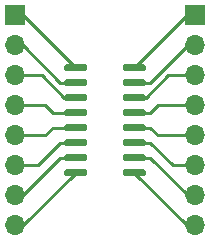
<source format=gbr>
%TF.GenerationSoftware,KiCad,Pcbnew,(5.1.9)-1*%
%TF.CreationDate,2021-09-21T23:47:53-04:00*%
%TF.ProjectId,SOIC-16_3.9mm Adapter,534f4943-2d31-4365-9f33-2e396d6d2041,rev?*%
%TF.SameCoordinates,Original*%
%TF.FileFunction,Copper,L1,Top*%
%TF.FilePolarity,Positive*%
%FSLAX46Y46*%
G04 Gerber Fmt 4.6, Leading zero omitted, Abs format (unit mm)*
G04 Created by KiCad (PCBNEW (5.1.9)-1) date 2021-09-21 23:47:53*
%MOMM*%
%LPD*%
G01*
G04 APERTURE LIST*
%TA.AperFunction,ComponentPad*%
%ADD10O,1.700000X1.700000*%
%TD*%
%TA.AperFunction,ComponentPad*%
%ADD11R,1.700000X1.700000*%
%TD*%
%TA.AperFunction,Conductor*%
%ADD12C,0.250000*%
%TD*%
G04 APERTURE END LIST*
%TO.P,U1,16*%
%TO.N,Net-(J2-Pad1)*%
%TA.AperFunction,SMDPad,CuDef*%
G36*
G01*
X136120000Y-65555000D02*
X136120000Y-65255000D01*
G75*
G02*
X136270000Y-65105000I150000J0D01*
G01*
X137920000Y-65105000D01*
G75*
G02*
X138070000Y-65255000I0J-150000D01*
G01*
X138070000Y-65555000D01*
G75*
G02*
X137920000Y-65705000I-150000J0D01*
G01*
X136270000Y-65705000D01*
G75*
G02*
X136120000Y-65555000I0J150000D01*
G01*
G37*
%TD.AperFunction*%
%TO.P,U1,15*%
%TO.N,Net-(J2-Pad2)*%
%TA.AperFunction,SMDPad,CuDef*%
G36*
G01*
X136120000Y-66825000D02*
X136120000Y-66525000D01*
G75*
G02*
X136270000Y-66375000I150000J0D01*
G01*
X137920000Y-66375000D01*
G75*
G02*
X138070000Y-66525000I0J-150000D01*
G01*
X138070000Y-66825000D01*
G75*
G02*
X137920000Y-66975000I-150000J0D01*
G01*
X136270000Y-66975000D01*
G75*
G02*
X136120000Y-66825000I0J150000D01*
G01*
G37*
%TD.AperFunction*%
%TO.P,U1,14*%
%TO.N,Net-(J2-Pad3)*%
%TA.AperFunction,SMDPad,CuDef*%
G36*
G01*
X136120000Y-68095000D02*
X136120000Y-67795000D01*
G75*
G02*
X136270000Y-67645000I150000J0D01*
G01*
X137920000Y-67645000D01*
G75*
G02*
X138070000Y-67795000I0J-150000D01*
G01*
X138070000Y-68095000D01*
G75*
G02*
X137920000Y-68245000I-150000J0D01*
G01*
X136270000Y-68245000D01*
G75*
G02*
X136120000Y-68095000I0J150000D01*
G01*
G37*
%TD.AperFunction*%
%TO.P,U1,13*%
%TO.N,Net-(J2-Pad4)*%
%TA.AperFunction,SMDPad,CuDef*%
G36*
G01*
X136120000Y-69365000D02*
X136120000Y-69065000D01*
G75*
G02*
X136270000Y-68915000I150000J0D01*
G01*
X137920000Y-68915000D01*
G75*
G02*
X138070000Y-69065000I0J-150000D01*
G01*
X138070000Y-69365000D01*
G75*
G02*
X137920000Y-69515000I-150000J0D01*
G01*
X136270000Y-69515000D01*
G75*
G02*
X136120000Y-69365000I0J150000D01*
G01*
G37*
%TD.AperFunction*%
%TO.P,U1,12*%
%TO.N,Net-(J2-Pad5)*%
%TA.AperFunction,SMDPad,CuDef*%
G36*
G01*
X136120000Y-70635000D02*
X136120000Y-70335000D01*
G75*
G02*
X136270000Y-70185000I150000J0D01*
G01*
X137920000Y-70185000D01*
G75*
G02*
X138070000Y-70335000I0J-150000D01*
G01*
X138070000Y-70635000D01*
G75*
G02*
X137920000Y-70785000I-150000J0D01*
G01*
X136270000Y-70785000D01*
G75*
G02*
X136120000Y-70635000I0J150000D01*
G01*
G37*
%TD.AperFunction*%
%TO.P,U1,11*%
%TO.N,Net-(J2-Pad6)*%
%TA.AperFunction,SMDPad,CuDef*%
G36*
G01*
X136120000Y-71905000D02*
X136120000Y-71605000D01*
G75*
G02*
X136270000Y-71455000I150000J0D01*
G01*
X137920000Y-71455000D01*
G75*
G02*
X138070000Y-71605000I0J-150000D01*
G01*
X138070000Y-71905000D01*
G75*
G02*
X137920000Y-72055000I-150000J0D01*
G01*
X136270000Y-72055000D01*
G75*
G02*
X136120000Y-71905000I0J150000D01*
G01*
G37*
%TD.AperFunction*%
%TO.P,U1,10*%
%TO.N,Net-(J2-Pad7)*%
%TA.AperFunction,SMDPad,CuDef*%
G36*
G01*
X136120000Y-73175000D02*
X136120000Y-72875000D01*
G75*
G02*
X136270000Y-72725000I150000J0D01*
G01*
X137920000Y-72725000D01*
G75*
G02*
X138070000Y-72875000I0J-150000D01*
G01*
X138070000Y-73175000D01*
G75*
G02*
X137920000Y-73325000I-150000J0D01*
G01*
X136270000Y-73325000D01*
G75*
G02*
X136120000Y-73175000I0J150000D01*
G01*
G37*
%TD.AperFunction*%
%TO.P,U1,9*%
%TO.N,Net-(J2-Pad8)*%
%TA.AperFunction,SMDPad,CuDef*%
G36*
G01*
X136120000Y-74445000D02*
X136120000Y-74145000D01*
G75*
G02*
X136270000Y-73995000I150000J0D01*
G01*
X137920000Y-73995000D01*
G75*
G02*
X138070000Y-74145000I0J-150000D01*
G01*
X138070000Y-74445000D01*
G75*
G02*
X137920000Y-74595000I-150000J0D01*
G01*
X136270000Y-74595000D01*
G75*
G02*
X136120000Y-74445000I0J150000D01*
G01*
G37*
%TD.AperFunction*%
%TO.P,U1,8*%
%TO.N,Net-(J1-Pad8)*%
%TA.AperFunction,SMDPad,CuDef*%
G36*
G01*
X131170000Y-74445000D02*
X131170000Y-74145000D01*
G75*
G02*
X131320000Y-73995000I150000J0D01*
G01*
X132970000Y-73995000D01*
G75*
G02*
X133120000Y-74145000I0J-150000D01*
G01*
X133120000Y-74445000D01*
G75*
G02*
X132970000Y-74595000I-150000J0D01*
G01*
X131320000Y-74595000D01*
G75*
G02*
X131170000Y-74445000I0J150000D01*
G01*
G37*
%TD.AperFunction*%
%TO.P,U1,7*%
%TO.N,Net-(J1-Pad7)*%
%TA.AperFunction,SMDPad,CuDef*%
G36*
G01*
X131170000Y-73175000D02*
X131170000Y-72875000D01*
G75*
G02*
X131320000Y-72725000I150000J0D01*
G01*
X132970000Y-72725000D01*
G75*
G02*
X133120000Y-72875000I0J-150000D01*
G01*
X133120000Y-73175000D01*
G75*
G02*
X132970000Y-73325000I-150000J0D01*
G01*
X131320000Y-73325000D01*
G75*
G02*
X131170000Y-73175000I0J150000D01*
G01*
G37*
%TD.AperFunction*%
%TO.P,U1,6*%
%TO.N,Net-(J1-Pad6)*%
%TA.AperFunction,SMDPad,CuDef*%
G36*
G01*
X131170000Y-71905000D02*
X131170000Y-71605000D01*
G75*
G02*
X131320000Y-71455000I150000J0D01*
G01*
X132970000Y-71455000D01*
G75*
G02*
X133120000Y-71605000I0J-150000D01*
G01*
X133120000Y-71905000D01*
G75*
G02*
X132970000Y-72055000I-150000J0D01*
G01*
X131320000Y-72055000D01*
G75*
G02*
X131170000Y-71905000I0J150000D01*
G01*
G37*
%TD.AperFunction*%
%TO.P,U1,5*%
%TO.N,Net-(J1-Pad5)*%
%TA.AperFunction,SMDPad,CuDef*%
G36*
G01*
X131170000Y-70635000D02*
X131170000Y-70335000D01*
G75*
G02*
X131320000Y-70185000I150000J0D01*
G01*
X132970000Y-70185000D01*
G75*
G02*
X133120000Y-70335000I0J-150000D01*
G01*
X133120000Y-70635000D01*
G75*
G02*
X132970000Y-70785000I-150000J0D01*
G01*
X131320000Y-70785000D01*
G75*
G02*
X131170000Y-70635000I0J150000D01*
G01*
G37*
%TD.AperFunction*%
%TO.P,U1,4*%
%TO.N,Net-(J1-Pad4)*%
%TA.AperFunction,SMDPad,CuDef*%
G36*
G01*
X131170000Y-69365000D02*
X131170000Y-69065000D01*
G75*
G02*
X131320000Y-68915000I150000J0D01*
G01*
X132970000Y-68915000D01*
G75*
G02*
X133120000Y-69065000I0J-150000D01*
G01*
X133120000Y-69365000D01*
G75*
G02*
X132970000Y-69515000I-150000J0D01*
G01*
X131320000Y-69515000D01*
G75*
G02*
X131170000Y-69365000I0J150000D01*
G01*
G37*
%TD.AperFunction*%
%TO.P,U1,3*%
%TO.N,Net-(J1-Pad3)*%
%TA.AperFunction,SMDPad,CuDef*%
G36*
G01*
X131170000Y-68095000D02*
X131170000Y-67795000D01*
G75*
G02*
X131320000Y-67645000I150000J0D01*
G01*
X132970000Y-67645000D01*
G75*
G02*
X133120000Y-67795000I0J-150000D01*
G01*
X133120000Y-68095000D01*
G75*
G02*
X132970000Y-68245000I-150000J0D01*
G01*
X131320000Y-68245000D01*
G75*
G02*
X131170000Y-68095000I0J150000D01*
G01*
G37*
%TD.AperFunction*%
%TO.P,U1,2*%
%TO.N,Net-(J1-Pad2)*%
%TA.AperFunction,SMDPad,CuDef*%
G36*
G01*
X131170000Y-66825000D02*
X131170000Y-66525000D01*
G75*
G02*
X131320000Y-66375000I150000J0D01*
G01*
X132970000Y-66375000D01*
G75*
G02*
X133120000Y-66525000I0J-150000D01*
G01*
X133120000Y-66825000D01*
G75*
G02*
X132970000Y-66975000I-150000J0D01*
G01*
X131320000Y-66975000D01*
G75*
G02*
X131170000Y-66825000I0J150000D01*
G01*
G37*
%TD.AperFunction*%
%TO.P,U1,1*%
%TO.N,Net-(J1-Pad1)*%
%TA.AperFunction,SMDPad,CuDef*%
G36*
G01*
X131170000Y-65555000D02*
X131170000Y-65255000D01*
G75*
G02*
X131320000Y-65105000I150000J0D01*
G01*
X132970000Y-65105000D01*
G75*
G02*
X133120000Y-65255000I0J-150000D01*
G01*
X133120000Y-65555000D01*
G75*
G02*
X132970000Y-65705000I-150000J0D01*
G01*
X131320000Y-65705000D01*
G75*
G02*
X131170000Y-65555000I0J150000D01*
G01*
G37*
%TD.AperFunction*%
%TD*%
D10*
%TO.P,J2,8*%
%TO.N,Net-(J2-Pad8)*%
X142240000Y-78740000D03*
%TO.P,J2,7*%
%TO.N,Net-(J2-Pad7)*%
X142240000Y-76200000D03*
%TO.P,J2,6*%
%TO.N,Net-(J2-Pad6)*%
X142240000Y-73660000D03*
%TO.P,J2,5*%
%TO.N,Net-(J2-Pad5)*%
X142240000Y-71120000D03*
%TO.P,J2,4*%
%TO.N,Net-(J2-Pad4)*%
X142240000Y-68580000D03*
%TO.P,J2,3*%
%TO.N,Net-(J2-Pad3)*%
X142240000Y-66040000D03*
%TO.P,J2,2*%
%TO.N,Net-(J2-Pad2)*%
X142240000Y-63500000D03*
D11*
%TO.P,J2,1*%
%TO.N,Net-(J2-Pad1)*%
X142240000Y-60960000D03*
%TD*%
D10*
%TO.P,J1,8*%
%TO.N,Net-(J1-Pad8)*%
X127000000Y-78740000D03*
%TO.P,J1,7*%
%TO.N,Net-(J1-Pad7)*%
X127000000Y-76200000D03*
%TO.P,J1,6*%
%TO.N,Net-(J1-Pad6)*%
X127000000Y-73660000D03*
%TO.P,J1,5*%
%TO.N,Net-(J1-Pad5)*%
X127000000Y-71120000D03*
%TO.P,J1,4*%
%TO.N,Net-(J1-Pad4)*%
X127000000Y-68580000D03*
%TO.P,J1,3*%
%TO.N,Net-(J1-Pad3)*%
X127000000Y-66040000D03*
%TO.P,J1,2*%
%TO.N,Net-(J1-Pad2)*%
X127000000Y-63500000D03*
D11*
%TO.P,J1,1*%
%TO.N,Net-(J1-Pad1)*%
X127000000Y-60960000D03*
%TD*%
D12*
%TO.N,Net-(J1-Pad8)*%
X132145000Y-74295000D02*
X127700000Y-78740000D01*
X127700000Y-78740000D02*
X127000000Y-78740000D01*
%TO.N,Net-(J1-Pad7)*%
X132145000Y-73025000D02*
X131170000Y-73025000D01*
X131170000Y-73025000D02*
X130810000Y-73025000D01*
X130810000Y-73025000D02*
X127635000Y-76200000D01*
X127635000Y-76200000D02*
X127000000Y-76200000D01*
%TO.N,Net-(J1-Pad6)*%
X132145000Y-71755000D02*
X130810000Y-71755000D01*
X130810000Y-71755000D02*
X128905000Y-73660000D01*
X128905000Y-73660000D02*
X127000000Y-73660000D01*
%TO.N,Net-(J1-Pad5)*%
X132145000Y-70485000D02*
X130175000Y-70485000D01*
X130175000Y-70485000D02*
X129540000Y-71120000D01*
X129540000Y-71120000D02*
X127000000Y-71120000D01*
%TO.N,Net-(J1-Pad4)*%
X132145000Y-69215000D02*
X130175000Y-69215000D01*
X130175000Y-69215000D02*
X129540000Y-68580000D01*
X129540000Y-68580000D02*
X127000000Y-68580000D01*
%TO.N,Net-(J1-Pad3)*%
X131170000Y-67945000D02*
X129265000Y-66040000D01*
X132145000Y-67945000D02*
X131170000Y-67945000D01*
X129265000Y-66040000D02*
X127000000Y-66040000D01*
%TO.N,Net-(J1-Pad2)*%
X132145000Y-66675000D02*
X130810000Y-66675000D01*
X130810000Y-66675000D02*
X127635000Y-63500000D01*
X127635000Y-63500000D02*
X127000000Y-63500000D01*
%TO.N,Net-(J1-Pad1)*%
X132145000Y-65405000D02*
X127700000Y-60960000D01*
X127700000Y-60960000D02*
X127000000Y-60960000D01*
%TO.N,Net-(J2-Pad8)*%
X137095000Y-74295000D02*
X141540000Y-78740000D01*
X141540000Y-78740000D02*
X142240000Y-78740000D01*
%TO.N,Net-(J2-Pad7)*%
X137095000Y-73025000D02*
X138430000Y-73025000D01*
X138430000Y-73025000D02*
X141605000Y-76200000D01*
X141605000Y-76200000D02*
X142240000Y-76200000D01*
%TO.N,Net-(J2-Pad6)*%
X137095000Y-71755000D02*
X138430000Y-71755000D01*
X138430000Y-71755000D02*
X140335000Y-73660000D01*
X140335000Y-73660000D02*
X142240000Y-73660000D01*
%TO.N,Net-(J2-Pad5)*%
X137095000Y-70485000D02*
X138430000Y-70485000D01*
X138430000Y-70485000D02*
X139065000Y-71120000D01*
X139065000Y-71120000D02*
X142240000Y-71120000D01*
%TO.N,Net-(J2-Pad4)*%
X137095000Y-69215000D02*
X138430000Y-69215000D01*
X138430000Y-69215000D02*
X139065000Y-68580000D01*
X139065000Y-68580000D02*
X142240000Y-68580000D01*
%TO.N,Net-(J2-Pad3)*%
X138070000Y-67945000D02*
X139975000Y-66040000D01*
X137095000Y-67945000D02*
X138070000Y-67945000D01*
X139975000Y-66040000D02*
X142240000Y-66040000D01*
%TO.N,Net-(J2-Pad2)*%
X137095000Y-66675000D02*
X138430000Y-66675000D01*
X138430000Y-66675000D02*
X141605000Y-63500000D01*
X141605000Y-63500000D02*
X142240000Y-63500000D01*
%TO.N,Net-(J2-Pad1)*%
X137095000Y-65405000D02*
X141540000Y-60960000D01*
X141540000Y-60960000D02*
X142240000Y-60960000D01*
%TD*%
M02*

</source>
